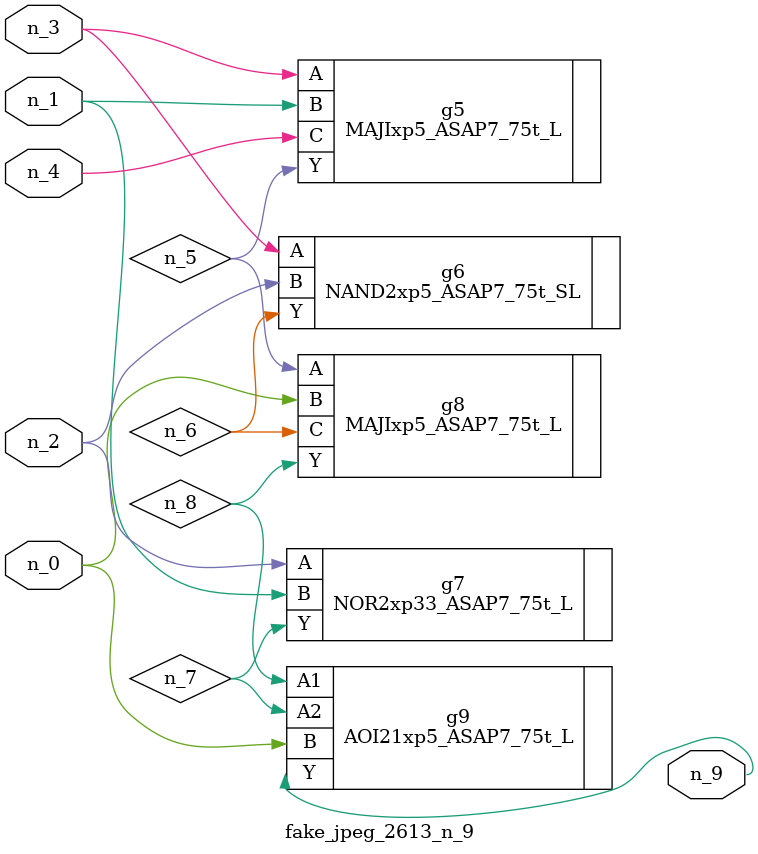
<source format=v>
module fake_jpeg_2613_n_9 (n_3, n_2, n_1, n_0, n_4, n_9);

input n_3;
input n_2;
input n_1;
input n_0;
input n_4;

output n_9;

wire n_8;
wire n_6;
wire n_5;
wire n_7;

MAJIxp5_ASAP7_75t_L g5 ( 
.A(n_3),
.B(n_1),
.C(n_4),
.Y(n_5)
);

NAND2xp5_ASAP7_75t_SL g6 ( 
.A(n_3),
.B(n_2),
.Y(n_6)
);

NOR2xp33_ASAP7_75t_L g7 ( 
.A(n_2),
.B(n_1),
.Y(n_7)
);

MAJIxp5_ASAP7_75t_L g8 ( 
.A(n_5),
.B(n_0),
.C(n_6),
.Y(n_8)
);

AOI21xp5_ASAP7_75t_L g9 ( 
.A1(n_8),
.A2(n_7),
.B(n_0),
.Y(n_9)
);


endmodule
</source>
